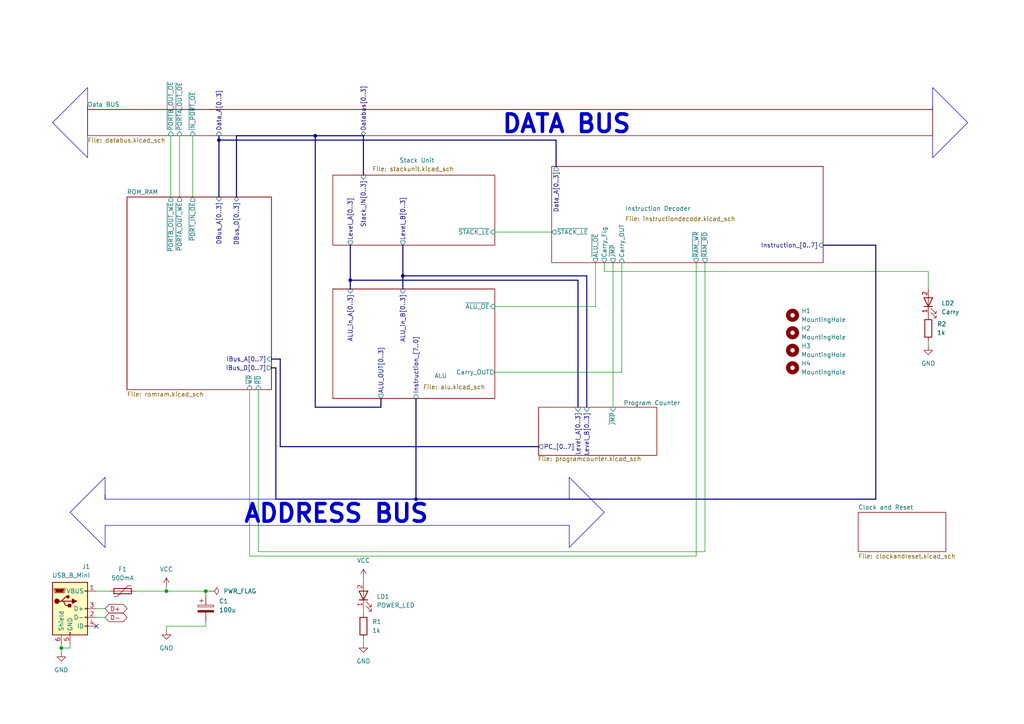
<source format=kicad_sch>
(kicad_sch (version 20250114) (generator "eeschema") (generator_version "9.0")
  (paper "A4")
  (title_block (title "HC4_CPU") (date "2025-06-16") (rev "1.0"))
  (lib_symbols
    (symbol "Connector:USB_B_Mini" (pin_names (offset 1.016))
      (property "Reference" "J" (at -5.08 11.43 0))
      (property "Value" "USB_B_Mini" (at -5.08 8.89 0))
      (symbol "USB_B_Mini_0_1"
        (rectangle (start -5.08 -7.62) (end 5.08 7.62) (stroke (width 0.254)) (fill (type background)))
        (polyline (pts (xy -4.699 5.842) (xy -4.699 5.588) (xy -4.445 4.826) (xy -4.445 4.572) (xy -1.651 4.572) (xy -1.651 4.826) (xy -1.397 5.588) (xy -1.397 5.842) (xy -4.699 5.842)))
        (polyline (pts (xy -4.318 5.588) (xy -1.778 5.588) (xy -2.032 4.826) (xy -4.064 4.826) (xy -4.318 5.588)) (fill (type outline)))
        (circle (center -3.81 2.159) (radius 0.635) (stroke (width 0.254)) (fill (type outline)))
        (polyline (pts (xy -3.175 2.159) (xy -2.54 2.159) (xy -1.27 3.429) (xy -0.635 3.429)) (stroke (width 0.254)))
        (polyline (pts (xy -2.54 2.159) (xy -1.905 2.159) (xy -1.27 0.889) (xy 0 0.889)) (stroke (width 0.254)))
        (polyline (pts (xy -1.905 2.159) (xy 0.635 2.159)) (stroke (width 0.254)))
        (circle (center -0.635 3.429) (radius 0.381) (stroke (width 0.254)) (fill (type outline)))
        (rectangle (start -0.127 -7.62) (end 0.127 -6.858))
        (rectangle (start 0.254 1.27) (end -0.508 0.508) (stroke (width 0.254)) (fill (type outline)))
        (polyline (pts (xy 0.635 2.794) (xy 0.635 1.524) (xy 1.905 2.159) (xy 0.635 2.794)) (stroke (width 0.254)) (fill (type outline)))
        (rectangle (start 5.08 4.953) (end 4.318 5.207))
        (rectangle (start 5.08 -0.127) (end 4.318 0.127))
        (rectangle (start 5.08 -2.667) (end 4.318 -2.413))
        (rectangle (start 5.08 -5.207) (end 4.318 -4.953))
      )
      (symbol "USB_B_Mini_1_1"
        (pin passive line (at -2.54 -10.16 90) (length 2.54) (name "Shield") (number "6"))
        (pin power_out line (at 0 -10.16 90) (length 2.54) (name "GND") (number "5"))
        (pin power_out line (at 7.62 5.08 180) (length 2.54) (name "VBUS") (number "1"))
        (pin bidirectional line (at 7.62 0 180) (length 2.54) (name "D+") (number "3"))
        (pin bidirectional line (at 7.62 -2.54 180) (length 2.54) (name "D-") (number "2"))
        (pin passive line (at 7.62 -5.08 180) (length 2.54) (name "ID") (number "4"))
      )
    )
    (symbol "Device2:LED_"
      (property "Reference" "LD" (at 0 2.54 0))
      (symbol "LED__0_1"
        (polyline (pts (xy -3.048 -0.762) (xy -4.572 -2.286) (xy -3.81 -2.286) (xy -4.572 -2.286) (xy -4.572 -1.524)))
        (polyline (pts (xy -1.778 -0.762) (xy -3.302 -2.286) (xy -2.54 -2.286) (xy -3.302 -2.286) (xy -3.302 -1.524)))
        (polyline (pts (xy -1.27 0) (xy 1.27 0)))
        (polyline (pts (xy -1.27 -1.27) (xy -1.27 1.27)) (stroke (width 0.254)))
        (polyline (pts (xy 1.27 -1.27) (xy 1.27 1.27) (xy -1.27 0) (xy 1.27 -1.27)) (stroke (width 0.254)))
      )
      (symbol "LED__1_1"
        (pin passive line (at -3.81 0 0) (length 2.54) (name "K") (number "1"))
        (pin passive line (at 3.81 0 180) (length 2.54) (name "") (number "2"))
      )
    )
    (symbol "Device:C_Polarized" (pin_numbers (hide yes)) (pin_names (offset 0.254))
      (property "Reference" "C" (at 0.635 2.54 0))
      (property "Value" "C_Polarized" (at 0.635 -2.54 0))
      (symbol "C_Polarized_0_1"
        (rectangle (start -2.286 0.508) (end 2.286 1.016))
        (polyline (pts (xy -1.778 2.286) (xy -0.762 2.286)))
        (polyline (pts (xy -1.27 2.794) (xy -1.27 1.778)))
        (rectangle (start 2.286 -0.508) (end -2.286 -1.016) (fill (type outline)))
      )
      (symbol "C_Polarized_1_1"
        (pin passive line (at 0 3.81 270) (length 2.794) (name "~") (number "1"))
        (pin passive line (at 0 -3.81 90) (length 2.794) (name "~") (number "2"))
      )
    )
    (symbol "Device:Polyfuse" (pin_numbers (hide yes)) (pin_names (offset 0))
      (property "Reference" "F" (at -2.54 0 90))
      (property "Value" "Polyfuse" (at 2.54 0 90))
      (symbol "Polyfuse_0_1"
        (polyline (pts (xy -1.524 2.54) (xy -1.524 1.524) (xy 1.524 -1.524) (xy 1.524 -2.54)))
        (rectangle (start -0.762 2.54) (end 0.762 -2.54) (stroke (width 0.254)))
        (polyline (pts (xy 0 2.54) (xy 0 -2.54)))
      )
      (symbol "Polyfuse_1_1"
        (pin passive line (at 0 3.81 270) (length 1.27) (name "~") (number "1"))
        (pin passive line (at 0 -3.81 90) (length 1.27) (name "~") (number "2"))
      )
    )
    (symbol "Device:R" (pin_numbers (hide yes)) (pin_names (offset 0))
      (property "Reference" "R" (at 2.032 0 90))
      (property "Value" "R" (at 0 0 90))
      (symbol "R_0_1"
        (rectangle (start -1.016 -2.54) (end 1.016 2.54) (stroke (width 0.254)))
      )
      (symbol "R_1_1"
        (pin passive line (at 0 3.81 270) (length 1.27) (name "~") (number "1"))
        (pin passive line (at 0 -3.81 90) (length 1.27) (name "~") (number "2"))
      )
    )
    (symbol "Mechanical:MountingHole" (pin_names (offset 1.016)) (in_bom no)
      (property "Reference" "H" (at 0 5.08 0))
      (property "Value" "MountingHole" (at 0 3.175 0))
      (symbol "MountingHole_0_1"
        (circle (center 0 0) (radius 1.27) (stroke (width 1.27)))
      )
    )
    (symbol "power:GND" (power) (pin_numbers (hide yes)) (pin_names (offset 0) (hide yes))
      (property "Value" "GND" (at 0 -3.81 0))
      (symbol "GND_0_1"
        (polyline (pts (xy 0 0) (xy 0 -1.27) (xy 1.27 -1.27) (xy 0 -2.54) (xy -1.27 -1.27) (xy 0 -1.27)))
      )
      (symbol "GND_1_1"
        (pin power_in line (at 0 0 270) (length 0) (name "~") (number "1"))
      )
    )
    (symbol "power:PWR_FLAG" (power) (pin_numbers (hide yes)) (pin_names (offset 0) (hide yes))
      (property "Value" "PWR_FLAG" (at 0 3.81 0))
      (symbol "PWR_FLAG_0_0"
        (pin power_out line (at 0 0 90) (length 0) (name "~") (number "1"))
      )
      (symbol "PWR_FLAG_0_1"
        (polyline (pts (xy 0 0) (xy 0 1.27) (xy -1.016 1.905) (xy 0 2.54) (xy 1.016 1.905) (xy 0 1.27)))
      )
    )
    (symbol "power:VCC" (power) (pin_numbers (hide yes)) (pin_names (offset 0) (hide yes))
      (property "Value" "VCC" (at 0 3.556 0))
      (symbol "VCC_0_1"
        (polyline (pts (xy -0.762 1.27) (xy 0 2.54)))
        (polyline (pts (xy 0 2.54) (xy 0.762 1.27)))
        (polyline (pts (xy 0 0) (xy 0 2.54)))
      )
      (symbol "VCC_1_1"
        (pin power_in line (at 0 0 90) (length 0) (name "~") (number "1"))
      )
    )
  )
  (rectangle (start 30.48 144.78) (end 165.1 144.78))
  (rectangle (start 30.48 152.4) (end 165.1 152.4))
  (text "ADDRESS BUS" (exclude_from_sim yes) (at 97.536 149.098 0) (effects (font (size 5.08 5.08) (thickness 1.016) (bold yes))))
  (text "DATA BUS" (exclude_from_sim yes) (at 164.338 36.068 0) (effects (font (size 5.08 5.08) (thickness 1.016) (bold yes))))
  (junction (at 63.5 40.64))
  (junction (at 101.6 81.28))
  (junction (at 17.78 187.96))
  (junction (at 91.44 39.37))
  (junction (at 120.65 144.78))
  (junction (at 59.69 171.45))
  (junction (at 48.26 171.45))
  (junction (at 116.84 80.01))
  (no_connect (at 27.94 181.61))
  (polyline (pts (xy 280.67 35.56) (xy 270.51 45.72)))
  (bus (pts (xy 101.6 71.12) (xy 101.6 81.28)))
  (wire (pts (xy 105.41 167.64) (xy 105.41 168.91)))
  (bus (pts (xy 254 71.12) (xy 238.76 71.12)))
  (wire (pts (xy 177.8 76.2) (xy 177.8 118.11)))
  (wire (pts (xy 17.78 187.96) (xy 17.78 186.69)))
  (bus (pts (xy 91.44 118.11) (xy 110.49 118.11)))
  (polyline (pts (xy 15.24 35.56) (xy 25.4 45.72)))
  (wire (pts (xy 204.47 76.2) (xy 204.47 160.02)))
  (bus (pts (xy 105.41 39.37) (xy 105.41 50.8)))
  (wire (pts (xy 269.24 78.74) (xy 269.24 83.82)))
  (bus (pts (xy 167.64 81.28) (xy 167.64 118.11)))
  (wire (pts (xy 201.93 161.29) (xy 72.39 161.29)))
  (bus (pts (xy 120.65 115.57) (xy 120.65 144.78)))
  (wire (pts (xy 39.37 171.45) (xy 48.26 171.45)))
  (polyline (pts (xy 30.48 143.51) (xy 30.48 144.78)))
  (bus (pts (xy 101.6 81.28) (xy 101.6 83.82)))
  (bus (pts (xy 254 71.12) (xy 254 144.78)))
  (bus (pts (xy 116.84 80.01) (xy 116.84 83.82)))
  (wire (pts (xy 74.93 113.03) (xy 74.93 160.02)))
  (polyline (pts (xy 30.48 138.43) (xy 30.48 144.78)))
  (polyline (pts (xy 280.67 35.56) (xy 270.51 25.4)))
  (polyline (pts (xy 165.1 143.51) (xy 165.1 144.78)))
  (bus (pts (xy 63.5 40.64) (xy 161.29 40.64)))
  (polyline (pts (xy 15.24 35.56) (xy 25.4 25.4)))
  (wire (pts (xy 180.34 76.2) (xy 180.34 107.95)))
  (wire (pts (xy 172.72 76.2) (xy 172.72 88.9)))
  (wire (pts (xy 17.78 189.23) (xy 17.78 187.96)))
  (polyline (pts (xy 165.1 152.4) (xy 165.1 158.75)))
  (wire (pts (xy 52.07 39.37) (xy 52.07 57.15)))
  (wire (pts (xy 48.26 171.45) (xy 59.69 171.45)))
  (polyline (pts (xy 20.32 148.59) (xy 30.48 158.75)))
  (wire (pts (xy 27.94 176.53) (xy 30.48 176.53)))
  (wire (pts (xy 180.34 107.95) (xy 143.51 107.95)))
  (bus (pts (xy 170.18 80.01) (xy 116.84 80.01)))
  (wire (pts (xy 172.72 88.9) (xy 143.51 88.9)))
  (wire (pts (xy 59.69 171.45) (xy 59.69 172.72)))
  (bus (pts (xy 80.01 106.68) (xy 80.01 144.78)))
  (bus (pts (xy 91.44 39.37) (xy 105.41 39.37)))
  (polyline (pts (xy 270.51 39.37) (xy 270.51 45.72)))
  (bus (pts (xy 120.65 144.78) (xy 254 144.78)))
  (polyline (pts (xy 270.51 25.4) (xy 270.51 31.75)))
  (wire (pts (xy 105.41 185.42) (xy 105.41 186.69)))
  (polyline (pts (xy 25.4 25.4) (xy 25.4 31.75)))
  (wire (pts (xy 175.26 76.2) (xy 175.26 78.74)))
  (bus (pts (xy 110.49 118.11) (xy 110.49 115.57)))
  (wire (pts (xy 143.51 67.31) (xy 160.02 67.31)))
  (wire (pts (xy 59.69 180.34) (xy 59.69 181.61)))
  (wire (pts (xy 20.32 187.96) (xy 17.78 187.96)))
  (polyline (pts (xy 25.4 39.37) (xy 25.4 45.72)))
  (bus (pts (xy 91.44 39.37) (xy 91.44 118.11)))
  (bus (pts (xy 116.84 71.12) (xy 116.84 80.01)))
  (wire (pts (xy 269.24 99.06) (xy 269.24 100.33)))
  (polyline (pts (xy 175.26 148.59) (xy 165.1 158.75)))
  (bus (pts (xy 81.28 129.54) (xy 81.28 104.14)))
  (wire (pts (xy 20.32 186.69) (xy 20.32 187.96)))
  (wire (pts (xy 204.47 160.02) (xy 74.93 160.02)))
  (bus (pts (xy 101.6 81.28) (xy 167.64 81.28)))
  (wire (pts (xy 48.26 170.18) (xy 48.26 171.45)))
  (wire (pts (xy 201.93 76.2) (xy 201.93 161.29)))
  (polyline (pts (xy 30.48 152.4) (xy 30.48 158.75)))
  (bus (pts (xy 156.21 129.54) (xy 81.28 129.54)))
  (wire (pts (xy 175.26 78.74) (xy 269.24 78.74)))
  (bus (pts (xy 63.5 40.64) (xy 63.5 57.15)))
  (polyline (pts (xy 175.26 148.59) (xy 165.1 138.43)))
  (bus (pts (xy 161.29 40.64) (xy 161.29 48.26)))
  (bus (pts (xy 170.18 118.11) (xy 170.18 80.01)))
  (wire (pts (xy 48.26 182.88) (xy 48.26 181.61)))
  (bus (pts (xy 80.01 144.78) (xy 120.65 144.78)))
  (bus (pts (xy 63.5 39.37) (xy 63.5 40.64)))
  (wire (pts (xy 49.53 39.37) (xy 49.53 57.15)))
  (wire (pts (xy 55.88 39.37) (xy 55.88 57.15)))
  (bus (pts (xy 78.74 106.68) (xy 80.01 106.68)))
  (bus (pts (xy 81.28 104.14) (xy 78.74 104.14)))
  (polyline (pts (xy 270.51 30.48) (xy 270.51 31.75)))
  (bus (pts (xy 68.58 39.37) (xy 91.44 39.37)))
  (wire (pts (xy 27.94 171.45) (xy 31.75 171.45)))
  (wire (pts (xy 60.96 171.45) (xy 59.69 171.45)))
  (bus (pts (xy 68.58 57.15) (xy 68.58 39.37)))
  (polyline (pts (xy 20.32 148.59) (xy 30.48 138.43)))
  (wire (pts (xy 27.94 179.07) (xy 30.48 179.07)))
  (polyline (pts (xy 165.1 138.43) (xy 165.1 144.78)))
  (polyline (pts (xy 25.4 30.48) (xy 25.4 31.75)))
  (wire (pts (xy 105.41 176.53) (xy 105.41 177.8)))
  (wire (pts (xy 48.26 181.61) (xy 59.69 181.61)))
  (wire (pts (xy 72.39 113.03) (xy 72.39 161.29)))
  (global_label "D+" (shape bidirectional) (at 30.48 176.53 0) (property "Intersheetrefs" "${INTERSHEET_REFS}" (effects (hide yes))))
  (global_label "D-" (shape bidirectional) (at 30.48 179.07 0) (property "Intersheetrefs" "${INTERSHEET_REFS}" (effects (hide yes))))
  (symbol (lib_id "Device:R") (at 269.24 95.25 0) (unit 1)
    (property "Reference" "R2" (at 271.78 93.9799 0) (effects (justify left)))
    (property "Value" "1k" (at 271.78 96.5199 0) (effects (justify left)))
    (property "Footprint" "Resistor_SMD:R_0603_1608Metric" (effects (hide yes)))
    (property "Description" "Resistor" (effects (hide yes)))
  )
  (symbol (lib_id "power:GND") (at 17.78 189.23 0) (mirror y) (unit 1)
    (property "Reference" "#PWR01" (effects (hide yes)))
    (property "Value" "GND" (at 17.78 194.31 0))
    (property "Description" "Power symbol creates a global label with name \"GND\" , ground" (effects (hide yes)))
  )
  (symbol (lib_id "power:PWR_FLAG") (at 60.96 171.45 270) (unit 1)
    (property "Reference" "#FLG01" (effects (hide yes)))
    (property "Value" "PWR_FLAG" (at 64.77 171.4499 90) (effects (justify left)))
    (property "Description" "Special symbol for telling ERC where power comes from" (effects (hide yes)))
  )
  (symbol (lib_id "Mechanical:MountingHole") (at 229.87 96.52 0) (unit 1) (in_bom no)
    (property "Reference" "H2" (at 232.41 95.2499 0) (effects (justify left)))
    (property "Value" "MountingHole" (at 232.41 97.7899 0) (effects (justify left)))
    (property "Footprint" "MountingHole:MountingHole_3.2mm_M3" (effects (hide yes)))
    (property "Description" "Mounting Hole without connection" (effects (hide yes)))
  )
  (symbol (lib_id "power:VCC") (at 105.41 167.64 0) (unit 1)
    (property "Reference" "#PWR04" (effects (hide yes)))
    (property "Value" "VCC" (at 105.41 162.56 0))
    (property "Description" "Power symbol creates a global label with name \"VCC\"" (effects (hide yes)))
  )
  (symbol (lib_id "Device2:LED_") (at 105.41 172.72 90) (unit 1)
    (property "Reference" "LD1" (at 109.22 173.0374 90) (effects (justify right)))
    (property "Value" "POWER_LED" (at 109.22 175.5774 90) (effects (justify right)))
    (property "Footprint" "LED_THT:LED_D5.0mm" (effects (hide yes)))
    (property "Description" "Light emitting diode" (effects (hide yes)))
  )
  (symbol (lib_id "Mechanical:MountingHole") (at 229.87 91.44 0) (unit 1) (in_bom no)
    (property "Reference" "H1" (at 232.41 90.1699 0) (effects (justify left)))
    (property "Value" "MountingHole" (at 232.41 92.7099 0) (effects (justify left)))
    (property "Footprint" "MountingHole:MountingHole_3.2mm_M3" (effects (hide yes)))
    (property "Description" "Mounting Hole without connection" (effects (hide yes)))
  )
  (symbol (lib_id "Connector:USB_B_Mini") (at 20.32 176.53 0) (unit 1)
    (property "Reference" "J1" (at 26.162 164.338 0) (effects (justify right)))
    (property "Value" "USB_B_Mini" (at 26.162 166.878 0) (effects (justify right)))
    (property "Footprint" "Connector_USB:USB_Mini-B_Wuerth_65100516121_Horizontal" (effects (hide yes)))
    (property "Description" "USB Mini Type B connector" (effects (hide yes)))
  )
  (symbol (lib_id "power:GND") (at 105.41 186.69 0) (unit 1)
    (property "Reference" "#PWR05" (effects (hide yes)))
    (property "Value" "GND" (at 105.41 191.77 0))
    (property "Description" "Power symbol creates a global label with name \"GND\" , ground" (effects (hide yes)))
  )
  (symbol (lib_id "Device:C_Polarized") (at 59.69 176.53 0) (unit 1)
    (property "Reference" "C1" (at 63.5 174.3709 0) (effects (justify left)))
    (property "Value" "100u" (at 63.5 176.9109 0) (effects (justify left)))
    (property "Footprint" "Capacitor_THT:CP_Radial_D5.0mm_P2.50mm" (effects (hide yes)))
    (property "Description" "Polarized capacitor" (effects (hide yes)))
  )
  (symbol (lib_id "Device:Polyfuse") (at 35.56 171.45 90) (unit 1)
    (property "Reference" "F1" (at 35.56 165.1 90))
    (property "Value" "500mA" (at 35.56 167.64 90))
    (property "Footprint" "Fuse:Fuse_Bourns_MF-RG400" (effects (hide yes)))
    (property "Description" "Resettable fuse, polymeric positive temperature coefficient" (effects (hide yes)))
  )
  (symbol (lib_id "power:VCC") (at 48.26 170.18 0) (unit 1)
    (property "Reference" "#PWR02" (effects (hide yes)))
    (property "Value" "VCC" (at 48.26 165.1 0))
    (property "Description" "Power symbol creates a global label with name \"VCC\"" (effects (hide yes)))
  )
  (symbol (lib_id "Mechanical:MountingHole") (at 229.87 106.68 0) (unit 1) (in_bom no)
    (property "Reference" "H4" (at 232.41 105.4099 0) (effects (justify left)))
    (property "Value" "MountingHole" (at 232.41 107.9499 0) (effects (justify left)))
    (property "Footprint" "MountingHole:MountingHole_3.2mm_M3" (effects (hide yes)))
    (property "Description" "Mounting Hole without connection" (effects (hide yes)))
  )
  (symbol (lib_id "Device2:LED_") (at 269.24 87.63 90) (unit 1)
    (property "Reference" "LD2" (at 273.05 87.9474 90) (effects (justify right)))
    (property "Value" "Carry" (at 273.05 90.4874 90) (effects (justify right)))
    (property "Footprint" "LED_THT:LED_Rectangular_W5.0mm_H2.0mm" (effects (hide yes)))
  )
  (symbol (lib_id "power:GND") (at 269.24 100.33 0) (unit 1)
    (property "Reference" "#PWR06" (effects (hide yes)))
    (property "Value" "GND" (at 269.24 105.41 0))
    (property "Description" "Power symbol creates a global label with name \"GND\" , ground" (effects (hide yes)))
  )
  (symbol (lib_id "power:GND") (at 48.26 182.88 0) (unit 1)
    (property "Reference" "#PWR03" (effects (hide yes)))
    (property "Value" "GND" (at 48.26 187.96 0))
    (property "Description" "Power symbol creates a global label with name \"GND\" , ground" (effects (hide yes)))
  )
  (symbol (lib_id "Mechanical:MountingHole") (at 229.87 101.6 0) (unit 1) (in_bom no)
    (property "Reference" "H3" (at 232.41 100.3299 0) (effects (justify left)))
    (property "Value" "MountingHole" (at 232.41 102.8699 0) (effects (justify left)))
    (property "Footprint" "MountingHole:MountingHole_3.2mm_M3" (effects (hide yes)))
    (property "Description" "Mounting Hole without connection" (effects (hide yes)))
  )
  (symbol (lib_id "Device:R") (at 105.41 181.61 0) (unit 1)
    (property "Reference" "R1" (at 107.95 180.3399 0) (effects (justify left)))
    (property "Value" "1k" (at 107.95 182.8799 0) (effects (justify left)))
    (property "Footprint" "Resistor_SMD:R_0603_1608Metric" (effects (hide yes)))
    (property "Description" "Resistor" (effects (hide yes)))
  )
  (sheet (at 160.02 48.26) (size 78.74 27.94) (stroke (width 0.1524))
    (property "Sheetname" "Instruction Decoder" (at 181.356 61.214 0) (effects (justify left bottom)))
    (property "Sheetfile" "instructiondecode.kicad_sch" (at 181.356 62.738 0) (effects (justify left top)))
    (pin "~{JMP}" output (at 177.8 76.2 270))
    (pin "Instruction_[0..7]" input (at 238.76 71.12 0))
    (pin "Carry_Flg" output (at 175.26 76.2 270))
    (pin "~{STACK_LE}" output (at 160.02 67.31 180))
    (pin "~{RAM_WR}" output (at 201.93 76.2 270))
    (pin "~{RAM_RD}" output (at 204.47 76.2 270))
    (pin "Carry_OUT" input (at 180.34 76.2 270))
    (pin "~{ALU_OE}" output (at 172.72 76.2 270))
    (pin "Data_A[0..3]" output (at 161.29 48.26 90))
  )
  (sheet (at 96.52 50.8) (size 46.99 20.32) (stroke (width 0.1524))
    (property "Sheetname" "Stack Unit" (at 115.824 47.244 0) (effects (justify left bottom)))
    (property "Sheetfile" "stackunit.kicad_sch" (at 107.95 48.26 0) (effects (justify left top)))
    (pin "Level_A[0..3]" output (at 101.6 71.12 270))
    (pin "~{STACK_LE}" input (at 143.51 67.31 0))
    (pin "Level_B[0..3]" output (at 116.84 71.12 270))
    (pin "Stack_IN[0..3]" input (at 105.41 50.8 90))
  )
  (sheet (at 25.4 31.75) (size 245.11 7.62) (stroke (width 0.1524))
    (property "Sheetname" "Data BUS" (at 25.4 31.0384 0) (effects (justify left bottom)))
    (property "Sheetfile" "databus.kicad_sch" (at 25.4 39.9546 0) (effects (justify left top)))
    (pin "~{PORTB_OUT_OE}" input (at 49.53 39.37 270))
    (pin "~{PORTA_OUT_OE}" input (at 52.07 39.37 270))
    (pin "~{IN_PORT_OE}" input (at 55.88 39.37 270))
    (pin "Databus[0..3]" bidirectional (at 105.41 39.37 270))
    (pin "Data_A[0..3]" input (at 63.5 39.37 270))
  )
  (sheet (at 248.92 148.59) (size 25.4 11.43) (stroke (width 0.1524))
    (property "Sheetname" "Clock and Reset" (at 248.92 147.8784 0) (effects (justify left bottom)))
    (property "Sheetfile" "clockandreset.kicad_sch" (at 248.92 160.6046 0) (effects (justify left top)))
  )
  (sheet (at 96.52 83.82) (size 46.99 31.75) (stroke (width 0.1524))
    (property "Sheetname" "ALU" (at 125.984 109.728 0) (effects (justify left bottom)))
    (property "Sheetfile" "alu.kicad_sch" (at 122.682 111.506 0) (effects (justify left top)))
    (pin "ALU_in_A[0..3]" input (at 101.6 83.82 90))
    (pin "ALU_in_B[0..3]" input (at 116.84 83.82 90))
    (pin "ALU_OUT[0..3]" output (at 110.49 115.57 270))
    (pin "Carry_OUT" output (at 143.51 107.95 0))
    (pin "Instruction_[7..0]" input (at 120.65 115.57 270))
    (pin "~{ALU_OE}" input (at 143.51 88.9 0))
  )
  (sheet (at 156.21 118.11) (size 34.29 13.97) (stroke (width 0.1524))
    (property "Sheetname" "Program Counter" (at 180.848 117.602 0) (effects (justify left bottom)))
    (property "Sheetfile" "programcounter.kicad_sch" (at 155.956 132.334 0) (effects (justify left top)))
    (pin "~{JMP}" input (at 177.8 118.11 90))
    (pin "Level_A[0..3]" input (at 167.64 118.11 90))
    (pin "Level_B[0..3]" input (at 170.18 118.11 90))
    (pin "PC_[0..7]" output (at 156.21 129.54 180))
  )
  (sheet (at 36.83 57.15) (size 41.91 55.88) (stroke (width 0.1524))
    (property "Sheetname" "ROM_RAM" (at 36.83 56.4384 0) (effects (justify left bottom)))
    (property "Sheetfile" "romram.kicad_sch" (at 36.83 113.6146 0) (effects (justify left top)))
    (pin "~{PORTA_OUT_WE}" output (at 52.07 57.15 90))
    (pin "~{PORTB_OUT_WE}" output (at 49.53 57.15 90))
    (pin "~{RD}" input (at 74.93 113.03 270))
    (pin "~{WR}" input (at 72.39 113.03 270))
    (pin "IBus_D[0..7]" output (at 78.74 106.68 0))
    (pin "IBus_A[0..7]" input (at 78.74 104.14 0))
    (pin "DBus_D[0..3]" bidirectional (at 68.58 57.15 90))
    (pin "DBus_A[0..3]" input (at 63.5 57.15 90))
    (pin "~{PORT_IN_OE}" output (at 55.88 57.15 90))
  )
)
</source>
